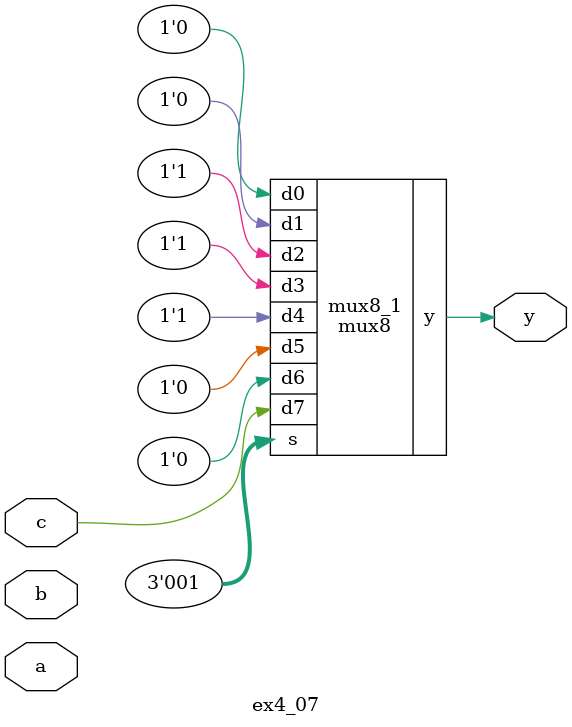
<source format=sv>
module mux8(input logic [2:0] s,
	    input d0, input d1, input d2, input d3, input d4, input d5, input d6, input d7,
	    output logic y);
    always @(*)
	    case (s)
		    3'b000: y = d0;
		    3'b001: y = d1;
		    3'b010: y = d2;
		    3'b011: y = d3;
		    3'b100: y = d4;
		    3'b101: y = d5;
		    3'b110: y = d6;
		    3'b111: y = d7;
            endcase
endmodule

module ex4_07(input logic a, b, c,
             output logic y);
     mux8 mux8_1 (1'b1, 1'b0, 1'b0, 1'b1,
                       1'b1, 1'b1, 1'b0, 1'b0,
		       {a, b, c}, y);
endmodule

</source>
